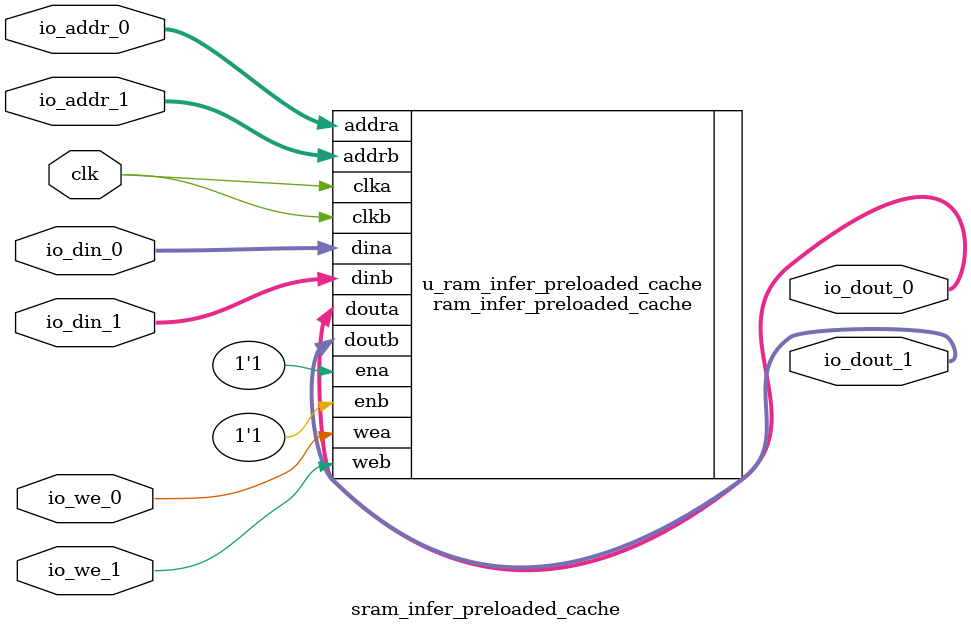
<source format=v>

`include "ram_infer_preloaded_cache.v"

module sram_infer_preloaded_cache
  #(parameter
    WIDTH = 8,
    DEPTH = 64,
    LG_DEPTH = 6,
    INIT_SWITCH = 0,
    ELEMENTS_PER_BLOCK = 4
    )
  (input clk,
   input [WIDTH - 1:0] io_din_1,
   input [WIDTH - 1:0] io_din_0,
   output [WIDTH - 1:0] io_dout_1,
   output [WIDTH - 1:0] io_dout_0,
   input [LG_DEPTH - 1:0] io_addr_1,
   input [LG_DEPTH - 1:0] io_addr_0,
   input io_we_1,
   input io_we_0
   );

  ram_infer_preloaded_cache
    #(.WIDTH(WIDTH),
      .DEPTH(DEPTH),
      .LG_DEPTH(LG_DEPTH),
      .INIT_SWITCH(INIT_SWITCH),
      .ELEMENTS_PER_BLOCK(ELEMENTS_PER_BLOCK)
      )
  u_ram_infer_preloaded_cache
    (.clka(clk),
     .clkb(clk),
     .wea(io_we_0),
     .web(io_we_1),
     .ena(1'b1),
     .enb(1'b1),
     .addra(io_addr_0),
     .addrb(io_addr_1),
     .dina(io_din_0),
     .dinb(io_din_1),
     .douta(io_dout_0),
     .doutb(io_dout_1)
     );

endmodule

</source>
